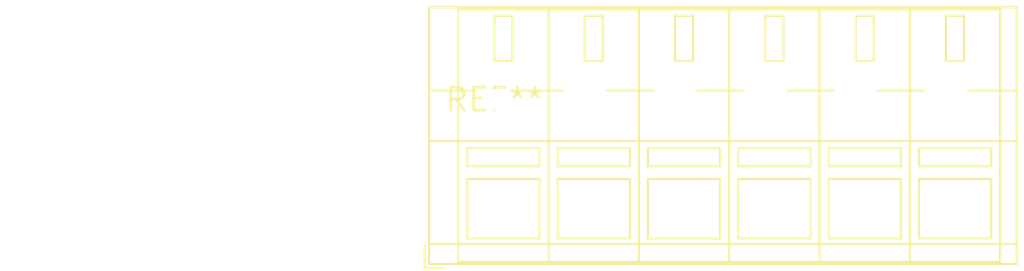
<source format=kicad_pcb>
(kicad_pcb (version 20240108) (generator pcbnew)
  (layers (0 "F.Cu" signal) (31 "B.Cu" signal) (34 "B.Paste" user) (35 "F.Paste" user) (36 "B.SilkS" user "B.Silkscreen") (37 "F.SilkS" user "F.Silkscreen") (38 "B.Mask" user) (39 "F.Mask" user) (44 "Edge.Cuts" user))
  (net 0 "")
  (footprint "TerminalBlock_WAGO_236-106_1x06_P5.00mm_45Degree" (layer "F.Cu") (at 0 0)
    (property "Reference" "REF**")
    (property "Value" "TerminalBlock_WAGO_236-106_1x06_P5.00mm_45Degree")
    (fp_line (start -3.86 8.12) (end -3.86 9.36) (layer "F.SilkS") (stroke (width 0.12)))
    (fp_line (start -3.86 9.36) (end -2.86 9.36) (layer "F.SilkS") (stroke (width 0.12)))
    (fp_line (start -3.62 -5.12) (end -3.62 9.12) (layer "F.SilkS") (stroke (width 0.12)))
    (fp_line (start -3.62 -5.12) (end 28.92 -5.12) (layer "F.SilkS") (stroke (width 0.12)))
    (fp_line (start -3.62 -0.5) (end -1.23 -0.5) (layer "F.SilkS") (stroke (width 0.12)))
    (fp_line (start -3.62 2.3) (end 28.92 2.3) (layer "F.SilkS") (stroke (width 0.12)))
    (fp_line (start -3.62 8) (end 28.92 8) (layer "F.SilkS") (stroke (width 0.12)))
    (fp_line (start -3.62 9.12) (end 28.92 9.12) (layer "F.SilkS") (stroke (width 0.12)))
    (fp_line (start -2 -5) (end -2 9) (layer "F.SilkS") (stroke (width 0.12)))
    (fp_line (start -2 -5) (end 3 -5) (layer "F.SilkS") (stroke (width 0.12)))
    (fp_line (start -2 9) (end 3 9) (layer "F.SilkS") (stroke (width 0.12)))
    (fp_line (start -1.5 2.7) (end -1.5 3.7) (layer "F.SilkS") (stroke (width 0.12)))
    (fp_line (start -1.5 2.7) (end 2.5 2.7) (layer "F.SilkS") (stroke (width 0.12)))
    (fp_line (start -1.5 3.7) (end 2.5 3.7) (layer "F.SilkS") (stroke (width 0.12)))
    (fp_line (start -1.5 4.4) (end -1.5 7.7) (layer "F.SilkS") (stroke (width 0.12)))
    (fp_line (start -1.5 4.4) (end 2.5 4.4) (layer "F.SilkS") (stroke (width 0.12)))
    (fp_line (start -1.5 7.7) (end 2.5 7.7) (layer "F.SilkS") (stroke (width 0.12)))
    (fp_line (start 0 -4.65) (end 0 -2.151) (layer "F.SilkS") (stroke (width 0.12)))
    (fp_line (start 0 -4.65) (end 1 -4.65) (layer "F.SilkS") (stroke (width 0.12)))
    (fp_line (start 0 -2.151) (end 1 -2.151) (layer "F.SilkS") (stroke (width 0.12)))
    (fp_line (start 1 -4.65) (end 1 -2.151) (layer "F.SilkS") (stroke (width 0.12)))
    (fp_line (start 1.23 -0.5) (end 3.77 -0.5) (layer "F.SilkS") (stroke (width 0.12)))
    (fp_line (start 2.5 2.7) (end 2.5 3.7) (layer "F.SilkS") (stroke (width 0.12)))
    (fp_line (start 2.5 4.4) (end 2.5 7.7) (layer "F.SilkS") (stroke (width 0.12)))
    (fp_line (start 3 -5) (end 3 9) (layer "F.SilkS") (stroke (width 0.12)))
    (fp_line (start 3 -5) (end 3 9) (layer "F.SilkS") (stroke (width 0.12)))
    (fp_line (start 3 -5) (end 8 -5) (layer "F.SilkS") (stroke (width 0.12)))
    (fp_line (start 3 9) (end 8 9) (layer "F.SilkS") (stroke (width 0.12)))
    (fp_line (start 3.5 2.7) (end 3.5 3.7) (layer "F.SilkS") (stroke (width 0.12)))
    (fp_line (start 3.5 2.7) (end 7.5 2.7) (layer "F.SilkS") (stroke (width 0.12)))
    (fp_line (start 3.5 3.7) (end 7.5 3.7) (layer "F.SilkS") (stroke (width 0.12)))
    (fp_line (start 3.5 4.4) (end 3.5 7.7) (layer "F.SilkS") (stroke (width 0.12)))
    (fp_line (start 3.5 4.4) (end 7.5 4.4) (layer "F.SilkS") (stroke (width 0.12)))
    (fp_line (start 3.5 7.7) (end 7.5 7.7) (layer "F.SilkS") (stroke (width 0.12)))
    (fp_line (start 5 -4.65) (end 5 -2.151) (layer "F.SilkS") (stroke (width 0.12)))
    (fp_line (start 5 -4.65) (end 6 -4.65) (layer "F.SilkS") (stroke (width 0.12)))
    (fp_line (start 5 -2.151) (end 6 -2.151) (layer "F.SilkS") (stroke (width 0.12)))
    (fp_line (start 6 -4.65) (end 6 -2.151) (layer "F.SilkS") (stroke (width 0.12)))
    (fp_line (start 6.23 -0.5) (end 8.77 -0.5) (layer "F.SilkS") (stroke (width 0.12)))
    (fp_line (start 7.5 2.7) (end 7.5 3.7) (layer "F.SilkS") (stroke (width 0.12)))
    (fp_line (start 7.5 4.4) (end 7.5 7.7) (layer "F.SilkS") (stroke (width 0.12)))
    (fp_line (start 8 -5) (end 8 9) (layer "F.SilkS") (stroke (width 0.12)))
    (fp_line (start 8 -5) (end 8 9) (layer "F.SilkS") (stroke (width 0.12)))
    (fp_line (start 8 -5) (end 13 -5) (layer "F.SilkS") (stroke (width 0.12)))
    (fp_line (start 8 9) (end 13 9) (layer "F.SilkS") (stroke (width 0.12)))
    (fp_line (start 8.5 2.7) (end 8.5 3.7) (layer "F.SilkS") (stroke (width 0.12)))
    (fp_line (start 8.5 2.7) (end 12.5 2.7) (layer "F.SilkS") (stroke (width 0.12)))
    (fp_line (start 8.5 3.7) (end 12.5 3.7) (layer "F.SilkS") (stroke (width 0.12)))
    (fp_line (start 8.5 4.4) (end 8.5 7.7) (layer "F.SilkS") (stroke (width 0.12)))
    (fp_line (start 8.5 4.4) (end 12.5 4.4) (layer "F.SilkS") (stroke (width 0.12)))
    (fp_line (start 8.5 7.7) (end 12.5 7.7) (layer "F.SilkS") (stroke (width 0.12)))
    (fp_line (start 10 -4.65) (end 10 -2.151) (layer "F.SilkS") (stroke (width 0.12)))
    (fp_line (start 10 -4.65) (end 11 -4.65) (layer "F.SilkS") (stroke (width 0.12)))
    (fp_line (start 10 -2.151) (end 11 -2.151) (layer "F.SilkS") (stroke (width 0.12)))
    (fp_line (start 11 -4.65) (end 11 -2.151) (layer "F.SilkS") (stroke (width 0.12)))
    (fp_line (start 11.23 -0.5) (end 13.77 -0.5) (layer "F.SilkS") (stroke (width 0.12)))
    (fp_line (start 12.5 2.7) (end 12.5 3.7) (layer "F.SilkS") (stroke (width 0.12)))
    (fp_line (start 12.5 4.4) (end 12.5 7.7) (layer "F.SilkS") (stroke (width 0.12)))
    (fp_line (start 13 -5) (end 13 9) (layer "F.SilkS") (stroke (width 0.12)))
    (fp_line (start 13 -5) (end 13 9) (layer "F.SilkS") (stroke (width 0.12)))
    (fp_line (start 13 -5) (end 18 -5) (layer "F.SilkS") (stroke (width 0.12)))
    (fp_line (start 13 9) (end 18 9) (layer "F.SilkS") (stroke (width 0.12)))
    (fp_line (start 13.5 2.7) (end 13.5 3.7) (layer "F.SilkS") (stroke (width 0.12)))
    (fp_line (start 13.5 2.7) (end 17.5 2.7) (layer "F.SilkS") (stroke (width 0.12)))
    (fp_line (start 13.5 3.7) (end 17.5 3.7) (layer "F.SilkS") (stroke (width 0.12)))
    (fp_line (start 13.5 4.4) (end 13.5 7.7) (layer "F.SilkS") (stroke (width 0.12)))
    (fp_line (start 13.5 4.4) (end 17.5 4.4) (layer "F.SilkS") (stroke (width 0.12)))
    (fp_line (start 13.5 7.7) (end 17.5 7.7) (layer "F.SilkS") (stroke (width 0.12)))
    (fp_line (start 15 -4.65) (end 15 -2.151) (layer "F.SilkS") (stroke (width 0.12)))
    (fp_line (start 15 -4.65) (end 16 -4.65) (layer "F.SilkS") (stroke (width 0.12)))
    (fp_line (start 15 -2.151) (end 16 -2.151) (layer "F.SilkS") (stroke (width 0.12)))
    (fp_line (start 16 -4.65) (end 16 -2.151) (layer "F.SilkS") (stroke (width 0.12)))
    (fp_line (start 16.23 -0.5) (end 18.77 -0.5) (layer "F.SilkS") (stroke (width 0.12)))
    (fp_line (start 17.5 2.7) (end 17.5 3.7) (layer "F.SilkS") (stroke (width 0.12)))
    (fp_line (start 17.5 4.4) (end 17.5 7.7) (layer "F.SilkS") (stroke (width 0.12)))
    (fp_line (start 18 -5) (end 18 9) (layer "F.SilkS") (stroke (width 0.12)))
    (fp_line (start 18 -5) (end 18 9) (layer "F.SilkS") (stroke (width 0.12)))
    (fp_line (start 18 -5) (end 23 -5) (layer "F.SilkS") (stroke (width 0.12)))
    (fp_line (start 18 9) (end 23 9) (layer "F.SilkS") (stroke (width 0.12)))
    (fp_line (start 18.5 2.7) (end 18.5 3.7) (layer "F.SilkS") (stroke (width 0.12)))
    (fp_line (start 18.5 2.7) (end 22.5 2.7) (layer "F.SilkS") (stroke (width 0.12)))
    (fp_line (start 18.5 3.7) (end 22.5 3.7) (layer "F.SilkS") (stroke (width 0.12)))
    (fp_line (start 18.5 4.4) (end 18.5 7.7) (layer "F.SilkS") (stroke (width 0.12)))
    (fp_line (start 18.5 4.4) (end 22.5 4.4) (layer "F.SilkS") (stroke (width 0.12)))
    (fp_line (start 18.5 7.7) (end 22.5 7.7) (layer "F.SilkS") (stroke (width 0.12)))
    (fp_line (start 20 -4.65) (end 20 -2.151) (layer "F.SilkS") (stroke (width 0.12)))
    (fp_line (start 20 -4.65) (end 21 -4.65) (layer "F.SilkS") (stroke (width 0.12)))
    (fp_line (start 20 -2.151) (end 21 -2.151) (layer "F.SilkS") (stroke (width 0.12)))
    (fp_line (start 21 -4.65) (end 21 -2.151) (layer "F.SilkS") (stroke (width 0.12)))
    (fp_line (start 21.23 -0.5) (end 23.77 -0.5) (layer "F.SilkS") (stroke (width 0.12)))
    (fp_line (start 22.5 2.7) (end 22.5 3.7) (layer "F.SilkS") (stroke (width 0.12)))
    (fp_line (start 22.5 4.4) (end 22.5 7.7) (layer "F.SilkS") (stroke (width 0.12)))
    (fp_line (start 23 -5) (end 23 9) (layer "F.SilkS") (stroke (width 0.12)))
    (fp_line (start 23 -5) (end 23 9) (layer "F.SilkS") (stroke (width 0.12)))
    (fp_line (start 23 -5) (end 28 -5) (layer "F.SilkS") (stroke (width 0.12)))
    (fp_line (start 23 9) (end 28 9) (layer "F.SilkS") (stroke (width 0.12)))
    (fp_line (start 23.5 2.7) (end 23.5 3.7) (layer "F.SilkS") (stroke (width 0.12)))
    (fp_line (start 23.5 2.7) (end 27.5 2.7) (layer "F.SilkS") (stroke (width 0.12)))
    (fp_line (start 23.5 3.7) (end 27.5 3.7) (layer "F.SilkS") (stroke (width 0.12)))
    (fp_line (start 23.5 4.4) (end 23.5 7.7) (layer "F.SilkS") (stroke (width 0.12)))
    (fp_line (start 23.5 4.4) (end 27.5 4.4) (layer "F.SilkS") (stroke (width 0.12)))
    (fp_line (start 23.5 7.7) (end 27.5 7.7) (layer "F.SilkS") (stroke (width 0.12)))
    (fp_line (start 25 -4.65) (end 25 -2.151) (layer "F.SilkS") (stroke (width 0.12)))
    (fp_line (start 25 -4.65) (end 26 -4.65) (layer "F.SilkS") (stroke (width 0.12)))
    (fp_line (start 25 -2.151) (end 26 -2.151) (layer "F.SilkS") (stroke (width 0.12)))
    (fp_line (start 26 -4.65) (end 26 -2.151) (layer "F.SilkS") (stroke (width 0.12)))
    (fp_line (start 26.23 -0.5) (end 28.92 -0.5) (layer "F.SilkS") (stroke (width 0.12)))
    (fp_line (start 27.5 2.7) (end 27.5 3.7) (layer "F.SilkS") (stroke (width 0.12)))
    (fp_line (start 27.5 4.4) (end 27.5 7.7) (layer "F.SilkS") (stroke (width 0.12)))
    (fp_line (start 28 -5) (end 28 9) (layer "F.SilkS") (stroke (width 0.12)))
    (fp_line (start 28.92 -5.12) (end 28.92 9.12) (layer "F.SilkS") (stroke (width 0.12)))
    (pad "1" thru_hole rect (at 0 0) (size 1.5 3) (drill 1.15) (layers *.Cu *.Mask) (remove_unused_layers))
    (pad "2" thru_hole oval (at 5 0) (size 1.5 3) (drill 1.15) (layers *.Cu *.Mask) (remove_unused_layers))
    (pad "3" thru_hole oval (at 10 0) (size 1.5 3) (drill 1.15) (layers *.Cu *.Mask) (remove_unused_layers))
    (pad "4" thru_hole oval (at 15 0) (size 1.5 3) (drill 1.15) (layers *.Cu *.Mask) (remove_unused_layers))
    (pad "5" thru_hole oval (at 20 0) (size 1.5 3) (drill 1.15) (layers *.Cu *.Mask) (remove_unused_layers))
    (pad "6" thru_hole oval (at 25 0) (size 1.5 3) (drill 1.15) (layers *.Cu *.Mask) (remove_unused_layers))
  )
)
</source>
